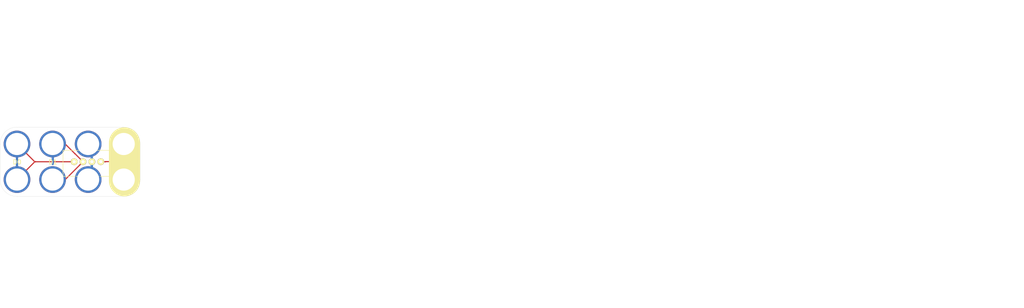
<source format=kicad_pcb>
(kicad_pcb (version 4) (host pcbnew 4.0.7-e2-6376~58~ubuntu16.04.1)

  (general
    (links 0)
    (no_connects 0)
    (area 31.9056 33.909 263.164559 102.997)
    (thickness 1.6)
    (drawings 12)
    (tracks 31)
    (zones 0)
    (modules 2)
    (nets 1)
  )

  (page USLetter)
  (title_block
    (title "2x4 Grove Sensor (Inline)")
    (date "09 Feb 2018")
    (rev 1.0)
    (company "All rights reserved.")
    (comment 1 help@browndoggadgets.com)
    (comment 2 http://browndoggadgets.com/)
    (comment 3 "Brown Dog Gadgets")
  )

  (layers
    (0 F.Cu signal)
    (31 B.Cu signal)
    (34 B.Paste user)
    (35 F.Paste user)
    (36 B.SilkS user)
    (37 F.SilkS user)
    (38 B.Mask user)
    (39 F.Mask user)
    (40 Dwgs.User user)
    (44 Edge.Cuts user)
    (46 B.CrtYd user)
    (47 F.CrtYd user)
    (48 B.Fab user)
    (49 F.Fab user)
  )

  (setup
    (last_trace_width 0.508)
    (user_trace_width 0.1524)
    (user_trace_width 0.254)
    (user_trace_width 0.3302)
    (user_trace_width 0.508)
    (user_trace_width 0.762)
    (user_trace_width 1.27)
    (trace_clearance 0.254)
    (zone_clearance 0.508)
    (zone_45_only no)
    (trace_min 0.1524)
    (segment_width 0.1524)
    (edge_width 0.1524)
    (via_size 0.6858)
    (via_drill 0.3302)
    (via_min_size 0.6858)
    (via_min_drill 0.3302)
    (user_via 0.6858 0.3302)
    (user_via 0.762 0.4064)
    (user_via 0.8636 0.508)
    (uvia_size 0.6858)
    (uvia_drill 0.3302)
    (uvias_allowed no)
    (uvia_min_size 0)
    (uvia_min_drill 0)
    (pcb_text_width 0.1524)
    (pcb_text_size 1.016 1.016)
    (mod_edge_width 0.1524)
    (mod_text_size 1.016 1.016)
    (mod_text_width 0.1524)
    (pad_size 1.524 1.524)
    (pad_drill 0.762)
    (pad_to_mask_clearance 0.0762)
    (solder_mask_min_width 0.1016)
    (pad_to_paste_clearance -0.0762)
    (aux_axis_origin 0 0)
    (visible_elements FFFEDF7D)
    (pcbplotparams
      (layerselection 0x310fc_80000001)
      (usegerberextensions true)
      (excludeedgelayer true)
      (linewidth 0.100000)
      (plotframeref false)
      (viasonmask false)
      (mode 1)
      (useauxorigin false)
      (hpglpennumber 1)
      (hpglpenspeed 20)
      (hpglpendiameter 15)
      (hpglpenoverlay 2)
      (psnegative false)
      (psa4output false)
      (plotreference true)
      (plotvalue true)
      (plotinvisibletext false)
      (padsonsilk false)
      (subtractmaskfromsilk false)
      (outputformat 1)
      (mirror false)
      (drillshape 0)
      (scaleselection 1)
      (outputdirectory gerbers))
  )

  (net 0 "")

  (net_class Default "This is the default net class."
    (clearance 0.254)
    (trace_width 0.254)
    (via_dia 0.6858)
    (via_drill 0.3302)
    (uvia_dia 0.6858)
    (uvia_drill 0.3302)
  )

  (module Crazy_NonLego:CONN-HEADER-STRAIGHT-TH-1x04-SEEED-GROVE (layer F.Cu) (tedit 5A7DB50B) (tstamp 5A7DB488)
    (at 49.784 70.0532 90)
    (descr https://statics3.seeedstudio.com/images/opl/datasheet/3470130P1.pdf)
    (tags Grove-1x04)
    (path /5A7DB41E)
    (fp_text reference J1 (at 0 2.54 90) (layer F.Fab)
      (effects (font (size 1 1) (thickness 0.15)))
    )
    (fp_text value "SEEED GROVE SENSOR" (at 0 2.83 180) (layer F.Fab) hide
      (effects (font (size 1 1) (thickness 0.15)))
    )
    (fp_circle (center 0 -0.0254) (end 0.127 0.1016) (layer F.Fab) (width 0.15))
    (fp_line (start -3.4544 -2.667) (end -3.4544 0.2286) (layer F.Fab) (width 0.05))
    (fp_line (start -3.45 8.7) (end 2.7 8.7) (layer F.Fab) (width 0.05))
    (fp_line (start 2.7 8.7) (end 2.7 -2.65) (layer F.Fab) (width 0.05))
    (fp_line (start -3.45 -2.667) (end 2.7 -2.667) (layer F.Fab) (width 0.05))
    (fp_line (start -3.3 5) (end -3.3 5.6) (layer F.SilkS) (width 0.12))
    (fp_line (start -3.3 0.4) (end -3.3 1) (layer F.SilkS) (width 0.12))
    (fp_line (start 2.55 -2.5) (end 2.55 8.55) (layer F.SilkS) (width 0.12))
    (fp_line (start -3.3 -2.5) (end 2.55 -2.5) (layer F.SilkS) (width 0.12))
    (fp_line (start -3.3 1.25) (end -3.3 4.75) (layer F.SilkS) (width 0.12))
    (fp_line (start -3.3 8.55) (end 2.55 8.55) (layer F.SilkS) (width 0.12))
    (fp_line (start -3.3 -2.5) (end -3.3 0.15) (layer F.SilkS) (width 0.12))
    (fp_line (start -3.3 5.9) (end -3.3 8.55) (layer F.SilkS) (width 0.12))
    (fp_text user 1 (at -1.775 0.075 90) (layer F.SilkS) hide
      (effects (font (size 1.5 1.5) (thickness 0.2)))
    )
    (fp_line (start -3.45 5.8082) (end -3.4544 8.6868) (layer F.Fab) (width 0.05))
    (fp_line (start -3.4544 1.2446) (end -3.4544 4.7752) (layer F.Fab) (width 0.05))
    (pad 1 thru_hole circle (at 0 0 90) (size 1.524 1.524) (drill 0.762) (layers *.Cu *.Mask F.SilkS))
    (pad 2 thru_hole circle (at 0 2 90) (size 1.524 1.524) (drill 0.762) (layers *.Cu *.Mask F.SilkS))
    (pad 3 thru_hole circle (at 0 4 90) (size 1.524 1.524) (drill 0.762) (layers *.Cu *.Mask F.SilkS))
    (pad 4 thru_hole circle (at 0 6 90) (size 1.524 1.524) (drill 0.762) (layers *.Cu *.Mask F.SilkS))
    (model ${KISYS3DMOD}/Connectors.3dshapes/Grove_1x04.wrl
      (at (xyz 0 0 0))
      (scale (xyz 0.3937 0.3937 0.3937))
      (rotate (xyz 0 0 -90))
    )
  )

  (module Crazy_Circuits:BLANK-LEGO-INLINE-2x4 (layer F.Cu) (tedit 5A7DB34F) (tstamp 5A7DC7E5)
    (at 60.9346 74.0664 90)
    (descr "Touch Sensor Capsense Slider 4x2")
    (tags "Touch Sensor Capsense Slider 4x2")
    (fp_text reference REF** (at 4.2672 -11.811 90) (layer F.Fab) hide
      (effects (font (size 1 1) (thickness 0.15)))
    )
    (fp_text value BLANK-LEGO-2x4 (at 4 -28 90) (layer F.Fab) hide
      (effects (font (size 1 1) (thickness 0.15)))
    )
    (fp_arc (start -0.00018 -0.106632) (end 0.09982 3.693368) (angle 89.9) (layer Edge.Cuts) (width 0.04064))
    (fp_arc (start 8 -0.111824) (end 11.8 -0.411824) (angle 94.51398846) (layer Edge.Cuts) (width 0.04064))
    (fp_arc (start 8 -24) (end 7.9 -27.8) (angle 91.50743576) (layer Edge.Cuts) (width 0.04064))
    (fp_arc (start 0 -24) (end -3.8 -23.9) (angle 91.50743576) (layer Edge.Cuts) (width 0.04064))
    (fp_line (start 0 -27.8) (end 8 -27.8) (layer Edge.Cuts) (width 0.04064))
    (fp_line (start -3.8 -24) (end -3.8 0) (layer Edge.Cuts) (width 0.04064))
    (fp_line (start 11.8 -24) (end 11.8 0) (layer Edge.Cuts) (width 0.04064))
    (fp_line (start 0 3.7) (end 8 3.7) (layer Edge.Cuts) (width 0.04064))
    (fp_arc (start -0.00018 -0.106632) (end 0.09982 3.693368) (angle 89.9) (layer F.Fab) (width 0.04064))
    (fp_arc (start 8 -0.111824) (end 11.811 -0.0254) (angle 88.70089691) (layer F.Fab) (width 0.04064))
    (fp_arc (start 8 -24) (end 7.9 -27.8) (angle 91.50743576) (layer F.Fab) (width 0.04064))
    (fp_arc (start 0 -24) (end -3.8 -23.9) (angle 91.50743576) (layer F.Fab) (width 0.04064))
    (fp_line (start 0 -27.8) (end 8 -27.8) (layer F.Fab) (width 0.04064))
    (fp_line (start -3.8 -24) (end -3.8 0) (layer F.Fab) (width 0.04064))
    (fp_line (start 11.8 -24) (end 11.8 0) (layer F.Fab) (width 0.04064))
    (fp_line (start 0 3.7) (end 8 3.7) (layer F.Fab) (width 0.04064))
    (pad 4 thru_hole circle (at 0 0 90) (size 6 6) (drill 4.98) (layers *.Cu *.Mask))
    (pad 3 thru_hole circle (at 0 -8 90) (size 6 6) (drill 4.98) (layers *.Cu))
    (pad 2 thru_hole circle (at 0 -16 90) (size 6 6) (drill 4.98) (layers *.Cu *.Mask))
    (pad 1 thru_hole circle (at 0 -24 90) (size 6 6) (drill 4.98) (layers *.Cu *.Mask))
    (pad 1 thru_hole circle (at 8 -24 90) (size 6 6) (drill 4.98) (layers *.Cu *.Mask))
    (pad 2 thru_hole circle (at 8 -16 90) (size 6 6) (drill 4.98) (layers *.Cu *.Mask))
    (pad 3 thru_hole circle (at 8 -8 90) (size 6 6) (drill 4.98) (layers *.Cu))
    (pad 4 thru_hole circle (at 8 0 90) (size 6 6) (drill 4.98) (layers *.Cu *.Mask))
    (model LEDs.3dshapes/LED-5MM.wrl
      (at (xyz 0.05 0 0))
      (scale (xyz 1 1 1))
      (rotate (xyz 0 0 90))
    )
  )

  (gr_line (start 60.9346 67.6148) (end 60.9346 74.0918) (layer B.Mask) (width 0.508) (tstamp 5A7DB8CB))
  (gr_line (start 53.721 67.4116) (end 53.721 73.8886) (layer B.Mask) (width 0.508) (tstamp 5A7DB8C5))
  (gr_line (start 44.958 67.0814) (end 44.958 73.5584) (layer B.Mask) (width 0.508) (tstamp 5A7DB8C1))
  (gr_line (start 36.9062 66.8274) (end 36.9062 73.3044) (layer B.Mask) (width 0.508))
  (gr_line (start 61.1124 65.8114) (end 61.1124 74.3458) (layer F.SilkS) (width 7))
  (gr_text "D1\n" (at 45.0088 70.1294) (layer F.SilkS) (tstamp 5A7DC84B)
    (effects (font (size 1.016 1.016) (thickness 0.1524)))
  )
  (gr_text D0 (at 36.957 70.1294) (layer F.SilkS)
    (effects (font (size 1.016 1.016) (thickness 0.1524)))
  )
  (gr_arc (start 52.959 74.041) (end 55.0164 72.1106) (angle 265.525224) (layer F.Mask) (width 0.6) (tstamp 5A7DC828))
  (gr_arc (start 52.935834 74.036518) (end 54.993234 72.106118) (angle 265.5) (layer B.Mask) (width 0.6) (tstamp 5A7DC827))
  (gr_arc (start 52.9082 66.0908) (end 50.8508 68.0212) (angle 265.525224) (layer F.Mask) (width 0.6) (tstamp 5A7DC821))
  (gr_arc (start 52.931366 66.095282) (end 50.873966 68.025682) (angle 265.5) (layer B.Mask) (width 0.6))
  (gr_text "FABRICATION NOTES\n\n1. THIS IS A 2 LAYER BOARD. \n2. EXTERNAL LAYERS SHALL HAVE 1 OZ COPPER.\n3. MATERIAL: FR4 AND 0.062 INCH +/- 10% THICK.\n4. BOARDS SHALL BE ROHS COMPLIANT. \n5. MANUFACTURE IN ACCORDANCE WITH IPC-6012 CLASS 2\n6. MASK: BOTH SIDES OF THE BOARD SHALL HAVE \n   SOLDER MASK (PURPLE) OVER BARE COPPER. \n7. SILK: BOTH SIDES OF THE BOARD SHALL HAVE \n   WHITE SILKSCREEN. DO NOT PLACE SILK OVER BARE COPPER.\n8. FINISH: ENIG.\n9. MINIMUM TRACE WIDTH - 0.006 INCH.\n   MINIMUM SPACE - 0.006 INCH.\n   MINIMUM HOLE DIA - 0.013 INCH. \n10. MAX HOLE PLACEMENT TOLERANCE OF +/- 0.003 INCH.\n11. MAX HOLE DIAMETER TOLERANCE OF +/- 0.003 INCH AFTER PLATING." (at 120.3198 68.326) (layer Dwgs.User)
    (effects (font (size 2.54 2.54) (thickness 0.254)) (justify left))
  )

  (segment (start 60.96 67.56316) (end 60.96 71.8058) (width 0.508) (layer B.Cu) (net 0) (tstamp 5A7DB8CC))
  (segment (start 53.7494 66.6506) (end 53.7494 70.89324) (width 0.508) (layer B.Cu) (net 0) (tstamp 5A7DB8C6))
  (segment (start 44.9864 66.3204) (end 44.9864 70.56304) (width 0.508) (layer B.Cu) (net 0) (tstamp 5A7DB8C2))
  (segment (start 36.9346 66.0664) (end 36.9346 70.30904) (width 0.508) (layer B.Cu) (net 0))
  (segment (start 36.9346 70.30904) (end 36.9346 74.0664) (width 0.508) (layer B.Cu) (net 0))
  (segment (start 60.9346 70.30904) (end 60.9346 74.0664) (width 0.508) (layer B.Mask) (net 0))
  (segment (start 53.784 70.0532) (end 53.784 73.217) (width 0.508) (layer B.Cu) (net 0))
  (segment (start 53.784 73.217) (end 52.9346 74.0664) (width 0.508) (layer B.Cu) (net 0))
  (segment (start 53.784 70.0532) (end 53.784 66.9158) (width 0.508) (layer B.Mask) (net 0))
  (segment (start 53.784 66.9158) (end 52.9346 66.0664) (width 0.508) (layer B.Mask) (net 0))
  (segment (start 44.9346 70.30904) (end 44.9346 74.0664) (width 0.508) (layer B.Mask) (net 0))
  (segment (start 36.9346 70.30904) (end 36.9346 74.0664) (width 0.508) (layer B.Mask) (net 0))
  (segment (start 51.784 70.0532) (end 51.022001 70.815199) (width 0.254) (layer F.Cu) (net 0))
  (segment (start 51.022001 70.815199) (end 51.022001 70.821799) (width 0.254) (layer F.Cu) (net 0))
  (segment (start 51.022001 70.821799) (end 47.7774 74.0664) (width 0.254) (layer F.Cu) (net 0))
  (segment (start 47.7774 74.0664) (end 44.9346 74.0664) (width 0.254) (layer F.Cu) (net 0))
  (segment (start 60.9346 74.0664) (end 60.9346 70.0278) (width 0.254) (layer F.Cu) (net 0))
  (segment (start 56.88703 70.0278) (end 60.9346 70.0278) (width 0.254) (layer F.Cu) (net 0))
  (segment (start 60.9346 70.0278) (end 60.9346 66.0664) (width 0.254) (layer F.Cu) (net 0))
  (segment (start 55.784 70.0532) (end 56.86163 70.0532) (width 0.254) (layer F.Cu) (net 0))
  (segment (start 56.86163 70.0532) (end 56.88703 70.0278) (width 0.254) (layer F.Cu) (net 0))
  (segment (start 44.9346 74.0664) (end 47.0662 74.0664) (width 0.254) (layer F.Cu) (net 0))
  (segment (start 51.784 70.0532) (end 49.9806 68.2498) (width 0.254) (layer F.Cu) (net 0))
  (segment (start 49.9806 68.2498) (end 49.9618 68.2498) (width 0.254) (layer F.Cu) (net 0))
  (segment (start 49.9618 68.2498) (end 47.7784 66.0664) (width 0.254) (layer F.Cu) (net 0))
  (segment (start 47.7784 66.0664) (end 44.9346 66.0664) (width 0.254) (layer F.Cu) (net 0))
  (segment (start 49.784 70.0532) (end 41.0718 70.0532) (width 0.254) (layer F.Cu) (net 0))
  (segment (start 41.0718 70.0532) (end 40.9214 70.0532) (width 0.254) (layer F.Cu) (net 0))
  (segment (start 36.9346 74.0664) (end 40.9478 70.0532) (width 0.254) (layer F.Cu) (net 0))
  (segment (start 40.9478 70.0532) (end 41.0718 70.0532) (width 0.254) (layer F.Cu) (net 0))
  (segment (start 40.9214 70.0532) (end 36.9346 66.0664) (width 0.254) (layer F.Cu) (net 0))

)

</source>
